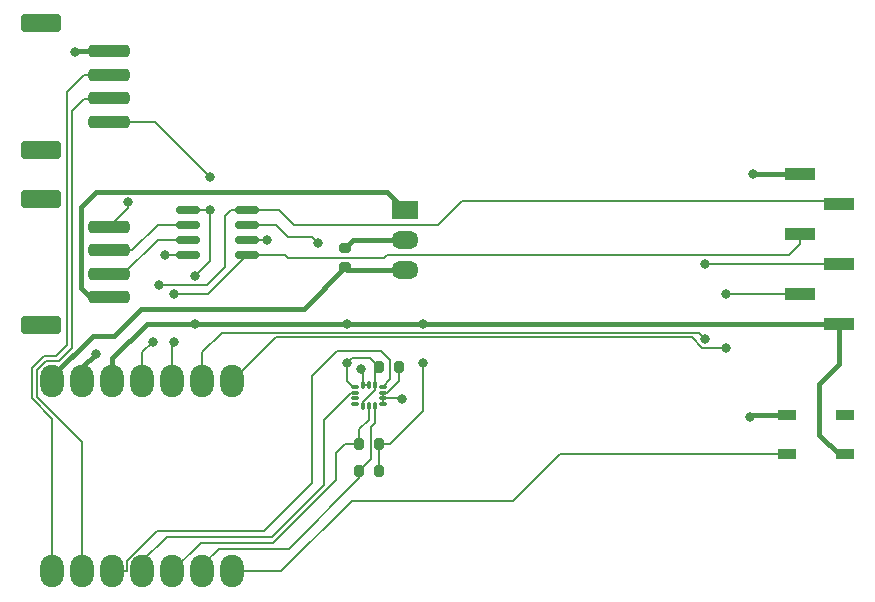
<source format=gbr>
%TF.GenerationSoftware,KiCad,Pcbnew,7.0.1-0*%
%TF.CreationDate,2023-04-18T17:15:31-07:00*%
%TF.ProjectId,rv,72762e6b-6963-4616-945f-706362585858,rev?*%
%TF.SameCoordinates,Original*%
%TF.FileFunction,Copper,L1,Top*%
%TF.FilePolarity,Positive*%
%FSLAX46Y46*%
G04 Gerber Fmt 4.6, Leading zero omitted, Abs format (unit mm)*
G04 Created by KiCad (PCBNEW 7.0.1-0) date 2023-04-18 17:15:31*
%MOMM*%
%LPD*%
G01*
G04 APERTURE LIST*
G04 Aperture macros list*
%AMRoundRect*
0 Rectangle with rounded corners*
0 $1 Rounding radius*
0 $2 $3 $4 $5 $6 $7 $8 $9 X,Y pos of 4 corners*
0 Add a 4 corners polygon primitive as box body*
4,1,4,$2,$3,$4,$5,$6,$7,$8,$9,$2,$3,0*
0 Add four circle primitives for the rounded corners*
1,1,$1+$1,$2,$3*
1,1,$1+$1,$4,$5*
1,1,$1+$1,$6,$7*
1,1,$1+$1,$8,$9*
0 Add four rect primitives between the rounded corners*
20,1,$1+$1,$2,$3,$4,$5,0*
20,1,$1+$1,$4,$5,$6,$7,0*
20,1,$1+$1,$6,$7,$8,$9,0*
20,1,$1+$1,$8,$9,$2,$3,0*%
G04 Aperture macros list end*
%TA.AperFunction,SMDPad,CuDef*%
%ADD10RoundRect,0.200000X-0.200000X-0.275000X0.200000X-0.275000X0.200000X0.275000X-0.200000X0.275000X0*%
%TD*%
%TA.AperFunction,SMDPad,CuDef*%
%ADD11RoundRect,0.250001X-1.449999X0.499999X-1.449999X-0.499999X1.449999X-0.499999X1.449999X0.499999X0*%
%TD*%
%TA.AperFunction,SMDPad,CuDef*%
%ADD12RoundRect,0.250000X-1.500000X0.250000X-1.500000X-0.250000X1.500000X-0.250000X1.500000X0.250000X0*%
%TD*%
%TA.AperFunction,SMDPad,CuDef*%
%ADD13O,1.998980X2.748280*%
%TD*%
%TA.AperFunction,SMDPad,CuDef*%
%ADD14RoundRect,0.200000X0.200000X0.275000X-0.200000X0.275000X-0.200000X-0.275000X0.200000X-0.275000X0*%
%TD*%
%TA.AperFunction,SMDPad,CuDef*%
%ADD15R,1.500000X0.900000*%
%TD*%
%TA.AperFunction,SMDPad,CuDef*%
%ADD16RoundRect,0.150000X0.825000X0.150000X-0.825000X0.150000X-0.825000X-0.150000X0.825000X-0.150000X0*%
%TD*%
%TA.AperFunction,SMDPad,CuDef*%
%ADD17RoundRect,0.087500X0.225000X0.087500X-0.225000X0.087500X-0.225000X-0.087500X0.225000X-0.087500X0*%
%TD*%
%TA.AperFunction,SMDPad,CuDef*%
%ADD18RoundRect,0.087500X0.087500X0.225000X-0.087500X0.225000X-0.087500X-0.225000X0.087500X-0.225000X0*%
%TD*%
%TA.AperFunction,SMDPad,CuDef*%
%ADD19R,2.510000X1.000000*%
%TD*%
%TA.AperFunction,SMDPad,CuDef*%
%ADD20RoundRect,0.200000X0.275000X-0.200000X0.275000X0.200000X-0.275000X0.200000X-0.275000X-0.200000X0*%
%TD*%
%TA.AperFunction,ComponentPad*%
%ADD21R,2.300000X1.500000*%
%TD*%
%TA.AperFunction,ComponentPad*%
%ADD22O,2.300000X1.500000*%
%TD*%
%TA.AperFunction,ViaPad*%
%ADD23C,0.800000*%
%TD*%
%TA.AperFunction,Conductor*%
%ADD24C,0.200000*%
%TD*%
%TA.AperFunction,Conductor*%
%ADD25C,0.400000*%
%TD*%
G04 APERTURE END LIST*
D10*
%TO.P,C2,1*%
%TO.N,+3.3V*%
X180683400Y-62839600D03*
%TO.P,C2,2*%
%TO.N,GND*%
X182333400Y-62839600D03*
%TD*%
D11*
%TO.P,J1,MP*%
%TO.N,N/C*%
X152040000Y-59325000D03*
X152040000Y-48625000D03*
D12*
%TO.P,J1,4,Pin_4*%
%TO.N,+12V*%
X157790000Y-56975000D03*
%TO.P,J1,3,Pin_3*%
%TO.N,Net-(J1-Pin_3)*%
X157790000Y-54975000D03*
%TO.P,J1,2,Pin_2*%
%TO.N,Net-(J1-Pin_2)*%
X157790000Y-52975000D03*
%TO.P,J1,1,Pin_1*%
%TO.N,GND*%
X157790000Y-50975000D03*
%TD*%
D13*
%TO.P,U1,1,D0*%
%TO.N,GPS_TX*%
X153020490Y-80171290D03*
%TO.P,U1,2,D1*%
%TO.N,GPS_RX*%
X155560490Y-80171290D03*
%TO.P,U1,3,D2*%
%TO.N,IMU_INT1*%
X158100490Y-80171290D03*
%TO.P,U1,4,D3*%
%TO.N,IMU_INT2*%
X160640490Y-80171290D03*
%TO.P,U1,5,D4_SDA*%
%TO.N,SCL*%
X163180490Y-80171290D03*
%TO.P,U1,6,D5_SCL*%
%TO.N,SDA*%
X165720490Y-80171290D03*
%TO.P,U1,7,D6_TX*%
%TO.N,LED*%
X168260490Y-80171290D03*
%TO.P,U1,8,D7_RX*%
%TO.N,D7*%
X168260490Y-64006730D03*
%TO.P,U1,9,D8_SCK*%
%TO.N,D8*%
X165720490Y-64006730D03*
%TO.P,U1,10,D9_MISO*%
%TO.N,CAN-TX*%
X163180490Y-64006730D03*
%TO.P,U1,11,D10_MOSI*%
%TO.N,CAN-RX*%
X160640490Y-64006730D03*
%TO.P,U1,12,3V3*%
%TO.N,+3.3V*%
X158100490Y-64006730D03*
%TO.P,U1,13,GND*%
%TO.N,GND*%
X155560490Y-64006730D03*
%TO.P,U1,14,5V*%
%TO.N,+5V*%
X153020490Y-64006730D03*
%TD*%
D12*
%TO.P,J2,1,Pin_1*%
%TO.N,GND*%
X157790000Y-36100000D03*
%TO.P,J2,2,Pin_2*%
%TO.N,GPS_TX*%
X157790000Y-38100000D03*
%TO.P,J2,3,Pin_3*%
%TO.N,GPS_RX*%
X157790000Y-40100000D03*
%TO.P,J2,4,Pin_4*%
%TO.N,+3.3V*%
X157790000Y-42100000D03*
D11*
%TO.P,J2,MP*%
%TO.N,N/C*%
X152040000Y-33750000D03*
X152040000Y-44450000D03*
%TD*%
D14*
%TO.P,R1,1*%
%TO.N,+3.3V*%
X180657000Y-71628000D03*
%TO.P,R1,2*%
%TO.N,SDA*%
X179007000Y-71628000D03*
%TD*%
D15*
%TO.P,D1,1,VDD*%
%TO.N,+3.3V*%
X220128000Y-70230000D03*
%TO.P,D1,2,DOUT*%
%TO.N,unconnected-(D1-DOUT-Pad2)*%
X220128000Y-66930000D03*
%TO.P,D1,3,VSS*%
%TO.N,GND*%
X215228000Y-66930000D03*
%TO.P,D1,4,DIN*%
%TO.N,LED*%
X215228000Y-70230000D03*
%TD*%
D16*
%TO.P,U2,1,TXD*%
%TO.N,CAN-TX*%
X169480000Y-53340000D03*
%TO.P,U2,2,VSS*%
%TO.N,GND*%
X169480000Y-52070000D03*
%TO.P,U2,3,VDD*%
%TO.N,+5V*%
X169480000Y-50800000D03*
%TO.P,U2,4,RXD*%
%TO.N,CAN-RX*%
X169480000Y-49530000D03*
%TO.P,U2,5,Vio*%
%TO.N,+3.3V*%
X164530000Y-49530000D03*
%TO.P,U2,6,CANL*%
%TO.N,Net-(J1-Pin_2)*%
X164530000Y-50800000D03*
%TO.P,U2,7,CANH*%
%TO.N,Net-(J1-Pin_3)*%
X164530000Y-52070000D03*
%TO.P,U2,8,STBY*%
%TO.N,GND*%
X164530000Y-53340000D03*
%TD*%
D17*
%TO.P,U4,1,SDO/SA0*%
%TO.N,GND*%
X180994500Y-66028000D03*
%TO.P,U4,2,SDX*%
X180994500Y-65528000D03*
%TO.P,U4,3,SCX*%
X180994500Y-65028000D03*
%TO.P,U4,4,INT1*%
%TO.N,IMU_INT1*%
X180994500Y-64528000D03*
D18*
%TO.P,U4,5,VDDIO*%
%TO.N,+3.3V*%
X180332000Y-64365500D03*
%TO.P,U4,6,GND*%
%TO.N,GND*%
X179832000Y-64365500D03*
%TO.P,U4,7,GND*%
X179332000Y-64365500D03*
D17*
%TO.P,U4,8,VDD*%
%TO.N,+3.3V*%
X178669500Y-64528000D03*
%TO.P,U4,9,INT2*%
%TO.N,IMU_INT2*%
X178669500Y-65028000D03*
%TO.P,U4,10,NC*%
%TO.N,unconnected-(U4-NC-Pad10)*%
X178669500Y-65528000D03*
%TO.P,U4,11,NC*%
%TO.N,unconnected-(U4-NC-Pad11)*%
X178669500Y-66028000D03*
D18*
%TO.P,U4,12,CS*%
%TO.N,+3.3V*%
X179332000Y-66190500D03*
%TO.P,U4,13,SCL*%
%TO.N,SCL*%
X179832000Y-66190500D03*
%TO.P,U4,14,SDA*%
%TO.N,SDA*%
X180332000Y-66190500D03*
%TD*%
D19*
%TO.P,J3,1,Pin_1*%
%TO.N,+3.3V*%
X219587000Y-59182000D03*
%TO.P,J3,2,Pin_2*%
%TO.N,D7*%
X216277000Y-56642000D03*
%TO.P,J3,3,Pin_3*%
%TO.N,D8*%
X219587000Y-54102000D03*
%TO.P,J3,4,Pin_4*%
%TO.N,CAN-TX*%
X216277000Y-51562000D03*
%TO.P,J3,5,Pin_5*%
%TO.N,CAN-RX*%
X219587000Y-49022000D03*
%TO.P,J3,6,Pin_6*%
%TO.N,GND*%
X216277000Y-46482000D03*
%TD*%
D20*
%TO.P,C1,1*%
%TO.N,+5V*%
X177800000Y-54419000D03*
%TO.P,C1,2*%
%TO.N,GND*%
X177800000Y-52769000D03*
%TD*%
D21*
%TO.P,U5,1,IN*%
%TO.N,+12V*%
X182880000Y-49530000D03*
D22*
%TO.P,U5,2,GND*%
%TO.N,GND*%
X182880000Y-52070000D03*
%TO.P,U5,3,OUT*%
%TO.N,+5V*%
X182880000Y-54610000D03*
%TD*%
D14*
%TO.P,R2,2*%
%TO.N,SCL*%
X179007000Y-69342000D03*
%TO.P,R2,1*%
%TO.N,+3.3V*%
X180657000Y-69342000D03*
%TD*%
D23*
%TO.N,+3.3V*%
X184404000Y-62484000D03*
X184404000Y-59182000D03*
X165100000Y-55118000D03*
X165100000Y-59182000D03*
%TO.N,D8*%
X208280000Y-54102000D03*
X208280000Y-60452000D03*
%TO.N,D7*%
X210058000Y-56642000D03*
X210058000Y-61214000D03*
%TO.N,GND*%
X212344000Y-46482000D03*
X212090000Y-67056000D03*
X179120800Y-62992000D03*
%TO.N,+3.3V*%
X177952400Y-62484000D03*
X177952400Y-59182000D03*
%TO.N,CAN-TX*%
X163322000Y-60706000D03*
X163322000Y-56642000D03*
%TO.N,CAN-RX*%
X161544000Y-60706000D03*
X162052000Y-55880000D03*
%TO.N,GND*%
X156718000Y-61722000D03*
%TO.N,+5V*%
X175514000Y-52324000D03*
%TO.N,+3.3V*%
X166370000Y-46736000D03*
X166370000Y-49530000D03*
%TO.N,GND*%
X182626000Y-65532000D03*
X171196000Y-52070000D03*
X159385000Y-48895000D03*
X162560000Y-53340000D03*
X154940000Y-36195000D03*
%TD*%
D24*
%TO.N,+3.3V*%
X177952400Y-62484000D02*
X178358800Y-62077600D01*
X179921400Y-62077600D02*
X180683400Y-62839600D01*
X178358800Y-62077600D02*
X179921400Y-62077600D01*
X177952400Y-64058800D02*
X178421600Y-64528000D01*
X178421600Y-64528000D02*
X178669500Y-64528000D01*
X180332000Y-64365500D02*
X180332000Y-64829992D01*
%TO.N,LED*%
X168260490Y-80171290D02*
X172406310Y-80171290D01*
X178409600Y-74168000D02*
X192024000Y-74168000D01*
X192024000Y-74168000D02*
X195962000Y-70230000D01*
X172406310Y-80171290D02*
X178409600Y-74168000D01*
X195962000Y-70230000D02*
X215228000Y-70230000D01*
%TO.N,SDA*%
X179007000Y-71628000D02*
X179007000Y-72300600D01*
X179007000Y-72300600D02*
X173075600Y-78232000D01*
X173075600Y-78232000D02*
X167132000Y-78232000D01*
X167132000Y-78232000D02*
X165720490Y-79643510D01*
X165720490Y-79643510D02*
X165720490Y-80171290D01*
%TO.N,GND*%
X180994500Y-65528000D02*
X180994500Y-66028000D01*
%TO.N,IMU_INT1*%
X180994500Y-64528000D02*
X181633400Y-63889100D01*
X159341000Y-80171290D02*
X158100490Y-80171290D01*
X181633400Y-63889100D02*
X181633400Y-62304200D01*
X161891374Y-76708000D02*
X159341000Y-79258374D01*
X181633400Y-62304200D02*
X180797200Y-61468000D01*
X180797200Y-61468000D02*
X177139600Y-61468000D01*
X177139600Y-61468000D02*
X175006000Y-63601600D01*
X175006000Y-63601600D02*
X175006000Y-72644000D01*
X175006000Y-72644000D02*
X170942000Y-76708000D01*
X170942000Y-76708000D02*
X161891374Y-76708000D01*
X159341000Y-79258374D02*
X159341000Y-80171290D01*
%TO.N,+3.3V*%
X179332000Y-66190500D02*
X179332000Y-65829992D01*
X179332000Y-65829992D02*
X180332000Y-64829992D01*
%TO.N,GND*%
X180994500Y-65028000D02*
X181355008Y-65028000D01*
X181355008Y-65028000D02*
X182333400Y-64049608D01*
X182333400Y-64049608D02*
X182333400Y-62839600D01*
%TO.N,+3.3V*%
X180644800Y-62839600D02*
X180340000Y-63144400D01*
X180683400Y-62839600D02*
X180644800Y-62839600D01*
X180340000Y-63144400D02*
X180340000Y-64357500D01*
X180340000Y-64357500D02*
X180332000Y-64365500D01*
%TO.N,GND*%
X179332000Y-64365500D02*
X179332000Y-63203200D01*
X179332000Y-63203200D02*
X179120800Y-62992000D01*
%TO.N,+3.3V*%
X177952400Y-62484000D02*
X177952400Y-64058800D01*
D25*
X177952400Y-59182000D02*
X184404000Y-59182000D01*
X165100000Y-59182000D02*
X177952400Y-59182000D01*
D24*
%TO.N,D7*%
X168260490Y-64006730D02*
X171916820Y-60350400D01*
X171916820Y-60350400D02*
X207188450Y-60350400D01*
X207188450Y-60350400D02*
X208052050Y-61214000D01*
X208052050Y-61214000D02*
X210058000Y-61214000D01*
%TO.N,D8*%
X208280000Y-60452000D02*
X207772000Y-59944000D01*
X207772000Y-59944000D02*
X167386000Y-59944000D01*
X167386000Y-59944000D02*
X165720490Y-61609510D01*
X165720490Y-61609510D02*
X165720490Y-64006730D01*
%TO.N,+3.3V*%
X183896000Y-67056000D02*
X184404000Y-66548000D01*
X181610000Y-69342000D02*
X183896000Y-67056000D01*
X180657000Y-69342000D02*
X181610000Y-69342000D01*
X184404000Y-66548000D02*
X184404000Y-62484000D01*
D25*
X184404000Y-59182000D02*
X219587000Y-59182000D01*
D24*
X180657000Y-71628000D02*
X180657000Y-69342000D01*
X165100000Y-55118000D02*
X166370000Y-53848000D01*
%TO.N,IMU_INT2*%
X160640490Y-80171290D02*
X160640490Y-79309197D01*
X171646314Y-77216000D02*
X176022000Y-72840314D01*
X160640490Y-79309197D02*
X162733687Y-77216000D01*
X162733687Y-77216000D02*
X171646314Y-77216000D01*
X176022000Y-72840314D02*
X176022000Y-67314992D01*
X176022000Y-67314992D02*
X178308992Y-65028000D01*
X178308992Y-65028000D02*
X178669500Y-65028000D01*
%TO.N,SCL*%
X177038000Y-72390000D02*
X177038000Y-70104000D01*
X177800000Y-69342000D02*
X179007000Y-69342000D01*
X171704000Y-77724000D02*
X177038000Y-72390000D01*
X177038000Y-70104000D02*
X177800000Y-69342000D01*
X163180490Y-80171290D02*
X165627780Y-77724000D01*
X165627780Y-77724000D02*
X171704000Y-77724000D01*
%TO.N,D8*%
X208280000Y-54102000D02*
X219587000Y-54102000D01*
%TO.N,D7*%
X210058000Y-56642000D02*
X216277000Y-56642000D01*
D25*
%TO.N,GND*%
X216277000Y-46482000D02*
X212344000Y-46482000D01*
%TO.N,+3.3V*%
X220128000Y-70230000D02*
X219582000Y-70230000D01*
X219582000Y-70230000D02*
X217932000Y-68580000D01*
X219587000Y-62607000D02*
X219587000Y-59182000D01*
X217932000Y-68580000D02*
X217932000Y-64262000D01*
X217932000Y-64262000D02*
X219587000Y-62607000D01*
%TO.N,GND*%
X212216000Y-66930000D02*
X212090000Y-67056000D01*
X215228000Y-66930000D02*
X212216000Y-66930000D01*
%TO.N,+3.3V*%
X161036000Y-59182000D02*
X165100000Y-59182000D01*
X158100490Y-64006730D02*
X158100490Y-62117510D01*
X158100490Y-62117510D02*
X161036000Y-59182000D01*
D24*
%TO.N,CAN-TX*%
X166178000Y-56642000D02*
X169480000Y-53340000D01*
X163322000Y-56642000D02*
X166178000Y-56642000D01*
%TO.N,CAN-RX*%
X162052000Y-55880000D02*
X166116000Y-55880000D01*
X167640000Y-50038000D02*
X168148000Y-49530000D01*
X168148000Y-49530000D02*
X169480000Y-49530000D01*
X166116000Y-55880000D02*
X167640000Y-54356000D01*
X167640000Y-54356000D02*
X167640000Y-50038000D01*
X161544000Y-60706000D02*
X160640490Y-61609510D01*
X160640490Y-61609510D02*
X160640490Y-64006730D01*
%TO.N,CAN-TX*%
X163322000Y-60706000D02*
X163180490Y-60847510D01*
X163180490Y-60847510D02*
X163180490Y-64006730D01*
D25*
%TO.N,GND*%
X155560490Y-62879510D02*
X156718000Y-61722000D01*
X155560490Y-64006730D02*
X155560490Y-62879510D01*
%TO.N,+5V*%
X153020490Y-64006730D02*
X153020490Y-63653139D01*
X153020490Y-63653139D02*
X156475629Y-60198000D01*
X174307000Y-57912000D02*
X177800000Y-54419000D01*
X156475629Y-60198000D02*
X158242000Y-60198000D01*
X158242000Y-60198000D02*
X160528000Y-57912000D01*
X160528000Y-57912000D02*
X174307000Y-57912000D01*
D24*
X175514000Y-52324000D02*
X175006000Y-51816000D01*
X175006000Y-51816000D02*
X172974000Y-51816000D01*
X172974000Y-51816000D02*
X171958000Y-50800000D01*
X171958000Y-50800000D02*
X169480000Y-50800000D01*
%TO.N,CAN-TX*%
X216277000Y-51308000D02*
X216277000Y-52455000D01*
X216277000Y-52455000D02*
X215392000Y-53340000D01*
X181102000Y-53594000D02*
X172974000Y-53594000D01*
X215392000Y-53340000D02*
X181356000Y-53340000D01*
X181356000Y-53340000D02*
X181102000Y-53594000D01*
X172974000Y-53594000D02*
X172720000Y-53340000D01*
X172720000Y-53340000D02*
X169480000Y-53340000D01*
%TO.N,CAN-RX*%
X219587000Y-48768000D02*
X187706000Y-48768000D01*
X187706000Y-48768000D02*
X185674000Y-50800000D01*
X185674000Y-50800000D02*
X173482000Y-50800000D01*
X173482000Y-50800000D02*
X172212000Y-49530000D01*
X172212000Y-49530000D02*
X169480000Y-49530000D01*
%TO.N,+3.3V*%
X166370000Y-46736000D02*
X161734000Y-42100000D01*
X161734000Y-42100000D02*
X157790000Y-42100000D01*
X164530000Y-49530000D02*
X166370000Y-49530000D01*
X166370000Y-49530000D02*
X166370000Y-53848000D01*
D25*
%TO.N,GND*%
X177800000Y-52769000D02*
X178499000Y-52070000D01*
X178499000Y-52070000D02*
X182880000Y-52070000D01*
%TO.N,+5V*%
X182880000Y-54610000D02*
X177991000Y-54610000D01*
X177991000Y-54610000D02*
X177800000Y-54419000D01*
%TO.N,+12V*%
X156210000Y-56896000D02*
X155448000Y-56134000D01*
X156718000Y-48006000D02*
X181356000Y-48006000D01*
X181356000Y-48006000D02*
X182880000Y-49530000D01*
X155448000Y-56134000D02*
X155448000Y-49276000D01*
X155448000Y-49276000D02*
X156718000Y-48006000D01*
X157120761Y-56975000D02*
X157041761Y-56896000D01*
X157041761Y-56896000D02*
X156210000Y-56896000D01*
X157790000Y-56975000D02*
X157120761Y-56975000D01*
D24*
%TO.N,GND*%
X182622000Y-65528000D02*
X182626000Y-65532000D01*
X180994500Y-65528000D02*
X182622000Y-65528000D01*
%TO.N,SCL*%
X179007000Y-68135000D02*
X179832000Y-67310000D01*
X179832000Y-67310000D02*
X179832000Y-66190500D01*
X179007000Y-69342000D02*
X179007000Y-68135000D01*
%TO.N,SDA*%
X179007000Y-71628000D02*
X179957000Y-70678000D01*
X179957000Y-70678000D02*
X179957000Y-67947000D01*
X179957000Y-67947000D02*
X180332000Y-67572000D01*
%TO.N,GND*%
X180994500Y-65028000D02*
X180994500Y-65528000D01*
X179332000Y-64365500D02*
X179832000Y-64365500D01*
%TO.N,SDA*%
X180332000Y-67572000D02*
X180332000Y-66190500D01*
%TO.N,GND*%
X169480000Y-52070000D02*
X171196000Y-52070000D01*
%TO.N,GPS_RX*%
X155560490Y-69200490D02*
X151721000Y-65361000D01*
X151721000Y-65361000D02*
X151721000Y-63093814D01*
X157230183Y-40132000D02*
X157262183Y-40100000D01*
X151721000Y-63093814D02*
X152482224Y-62332590D01*
X152482224Y-62332590D02*
X153567410Y-62332590D01*
X155560490Y-80171290D02*
X155560490Y-69200490D01*
X153567410Y-62332590D02*
X154686000Y-61214000D01*
X154686000Y-61214000D02*
X154686000Y-41148000D01*
X154686000Y-41148000D02*
X155702000Y-40132000D01*
X155702000Y-40132000D02*
X157230183Y-40132000D01*
X157262183Y-40100000D02*
X157790000Y-40100000D01*
%TO.N,GPS_TX*%
X157790000Y-38100000D02*
X155702000Y-38100000D01*
X155702000Y-38100000D02*
X154241500Y-39560500D01*
X154241500Y-39560500D02*
X154241500Y-61023500D01*
X154241500Y-61023500D02*
X153332410Y-61932590D01*
X153332410Y-61932590D02*
X152316538Y-61932590D01*
X152316538Y-61932590D02*
X151321000Y-62928129D01*
X151321000Y-62928129D02*
X151321000Y-65526686D01*
X151321000Y-65526686D02*
X153020490Y-67226175D01*
X153020490Y-67226175D02*
X153020490Y-80171290D01*
%TO.N,GPS_RX*%
X157790000Y-40100000D02*
X156115000Y-40100000D01*
%TO.N,GND*%
X159385000Y-49380000D02*
X159385000Y-48895000D01*
X157790000Y-50975000D02*
X159385000Y-49380000D01*
X164530000Y-53340000D02*
X162560000Y-53340000D01*
%TO.N,Net-(J1-Pin_3)*%
X159020000Y-54975000D02*
X161925000Y-52070000D01*
X157790000Y-54975000D02*
X159020000Y-54975000D01*
X161925000Y-52070000D02*
X164530000Y-52070000D01*
%TO.N,Net-(J1-Pin_2)*%
X159750000Y-52975000D02*
X161925000Y-50800000D01*
X161925000Y-50800000D02*
X164530000Y-50800000D01*
X157790000Y-52975000D02*
X159750000Y-52975000D01*
D25*
%TO.N,GND*%
X155035000Y-36100000D02*
X154940000Y-36195000D01*
X157790000Y-36100000D02*
X155035000Y-36100000D01*
%TD*%
M02*

</source>
